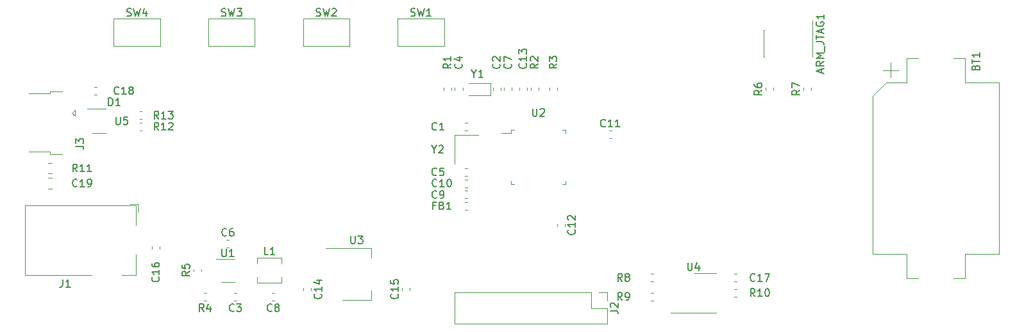
<source format=gbr>
%TF.GenerationSoftware,KiCad,Pcbnew,(5.1.6-0-10_14)*%
%TF.CreationDate,2020-09-13T11:28:01-04:00*%
%TF.ProjectId,EL-Calendar,454c2d43-616c-4656-9e64-61722e6b6963,rev?*%
%TF.SameCoordinates,Original*%
%TF.FileFunction,Legend,Top*%
%TF.FilePolarity,Positive*%
%FSLAX46Y46*%
G04 Gerber Fmt 4.6, Leading zero omitted, Abs format (unit mm)*
G04 Created by KiCad (PCBNEW (5.1.6-0-10_14)) date 2020-09-13 11:28:01*
%MOMM*%
%LPD*%
G01*
G04 APERTURE LIST*
%ADD10C,0.120000*%
%ADD11C,0.100000*%
%ADD12C,0.150000*%
G04 APERTURE END LIST*
D10*
%TO.C,C19*%
X78741422Y-101790000D02*
X79258578Y-101790000D01*
X78741422Y-103210000D02*
X79258578Y-103210000D01*
%TO.C,R13*%
X91162779Y-94010000D02*
X90837221Y-94010000D01*
X91162779Y-92990000D02*
X90837221Y-92990000D01*
%TO.C,R12*%
X91162779Y-95510000D02*
X90837221Y-95510000D01*
X91162779Y-94490000D02*
X90837221Y-94490000D01*
%TO.C,J1*%
X90600000Y-106250000D02*
X90600000Y-105200000D01*
X89550000Y-105200000D02*
X90600000Y-105200000D01*
X84500000Y-114600000D02*
X75700000Y-114600000D01*
X75700000Y-114600000D02*
X75700000Y-105400000D01*
X90400000Y-111900000D02*
X90400000Y-114600000D01*
X90400000Y-114600000D02*
X88500000Y-114600000D01*
X75700000Y-105400000D02*
X90400000Y-105400000D01*
X90400000Y-105400000D02*
X90400000Y-108000000D01*
%TO.C,Y2*%
X135575000Y-96100000D02*
X132425000Y-96100000D01*
X132425000Y-96100000D02*
X132425000Y-99900000D01*
%TO.C,Y1*%
X134300000Y-90800000D02*
X137150000Y-90800000D01*
X137150000Y-90800000D02*
X137150000Y-89200000D01*
X137150000Y-89200000D02*
X134300000Y-89200000D01*
%TO.C,U5*%
X84600000Y-95860000D02*
X86400000Y-95860000D01*
X86400000Y-92640000D02*
X83950000Y-92640000D01*
%TO.C,U4*%
X164000000Y-114390000D02*
X167000000Y-114390000D01*
X161000000Y-119610000D02*
X167000000Y-119610000D01*
%TO.C,U3*%
X121410000Y-117910000D02*
X121410000Y-116650000D01*
X121410000Y-111090000D02*
X121410000Y-112350000D01*
X117650000Y-117910000D02*
X121410000Y-117910000D01*
X115400000Y-111090000D02*
X121410000Y-111090000D01*
%TO.C,U2*%
X146660000Y-102610000D02*
X147110000Y-102610000D01*
X147110000Y-102610000D02*
X147110000Y-102160000D01*
X140340000Y-102610000D02*
X139890000Y-102610000D01*
X139890000Y-102610000D02*
X139890000Y-102160000D01*
X146660000Y-95390000D02*
X147110000Y-95390000D01*
X147110000Y-95390000D02*
X147110000Y-95840000D01*
X140340000Y-95390000D02*
X139890000Y-95390000D01*
X139890000Y-95390000D02*
X139890000Y-95840000D01*
X139890000Y-95840000D02*
X138600000Y-95840000D01*
%TO.C,U1*%
X101620000Y-115560000D02*
X103380000Y-115560000D01*
X103380000Y-112490000D02*
X100950000Y-112490000D01*
%TO.C,SW4*%
X87440000Y-80650000D02*
X93560000Y-80650000D01*
X93560000Y-80650000D02*
X93560000Y-84350000D01*
X93560000Y-84350000D02*
X87440000Y-84350000D01*
X87440000Y-84350000D02*
X87440000Y-80650000D01*
%TO.C,SW3*%
X99940000Y-80650000D02*
X106060000Y-80650000D01*
X106060000Y-80650000D02*
X106060000Y-84350000D01*
X106060000Y-84350000D02*
X99940000Y-84350000D01*
X99940000Y-84350000D02*
X99940000Y-80650000D01*
%TO.C,SW2*%
X112440000Y-80650000D02*
X118560000Y-80650000D01*
X118560000Y-80650000D02*
X118560000Y-84350000D01*
X118560000Y-84350000D02*
X112440000Y-84350000D01*
X112440000Y-84350000D02*
X112440000Y-80650000D01*
%TO.C,SW1*%
X124940000Y-80650000D02*
X131060000Y-80650000D01*
X131060000Y-80650000D02*
X131060000Y-84350000D01*
X131060000Y-84350000D02*
X124940000Y-84350000D01*
X124940000Y-84350000D02*
X124940000Y-80650000D01*
%TO.C,R11*%
X78741422Y-99790000D02*
X79258578Y-99790000D01*
X78741422Y-101210000D02*
X79258578Y-101210000D01*
%TO.C,R10*%
X169662779Y-117510000D02*
X169337221Y-117510000D01*
X169662779Y-116490000D02*
X169337221Y-116490000D01*
%TO.C,R9*%
X158337221Y-116990000D02*
X158662779Y-116990000D01*
X158337221Y-118010000D02*
X158662779Y-118010000D01*
%TO.C,R8*%
X158337221Y-114490000D02*
X158662779Y-114490000D01*
X158337221Y-115510000D02*
X158662779Y-115510000D01*
%TO.C,R7*%
X178490000Y-90162779D02*
X178490000Y-89837221D01*
X179510000Y-90162779D02*
X179510000Y-89837221D01*
%TO.C,R6*%
X173490000Y-90162779D02*
X173490000Y-89837221D01*
X174510000Y-90162779D02*
X174510000Y-89837221D01*
%TO.C,R5*%
X99010000Y-113837221D02*
X99010000Y-114162779D01*
X97990000Y-113837221D02*
X97990000Y-114162779D01*
%TO.C,R4*%
X99337221Y-116990000D02*
X99662779Y-116990000D01*
X99337221Y-118010000D02*
X99662779Y-118010000D01*
%TO.C,R3*%
X146010000Y-89837221D02*
X146010000Y-90162779D01*
X144990000Y-89837221D02*
X144990000Y-90162779D01*
%TO.C,R2*%
X143510000Y-89837221D02*
X143510000Y-90162779D01*
X142490000Y-89837221D02*
X142490000Y-90162779D01*
%TO.C,R1*%
X130990000Y-90162779D02*
X130990000Y-89837221D01*
X132010000Y-90162779D02*
X132010000Y-89837221D01*
%TO.C,L1*%
X106376000Y-113100000D02*
X106376000Y-112376000D01*
X106376000Y-112376000D02*
X109624000Y-112376000D01*
X109624000Y-112376000D02*
X109624000Y-113100000D01*
X106376000Y-114900000D02*
X106376000Y-115624000D01*
X106376000Y-115624000D02*
X109624000Y-115624000D01*
X109624000Y-115624000D02*
X109624000Y-114900000D01*
%TO.C,J3*%
X79065000Y-90325000D02*
X80615000Y-90325000D01*
X79065000Y-90325000D02*
X79065000Y-90625000D01*
X76265000Y-90625000D02*
X79065000Y-90625000D01*
X79065000Y-98625000D02*
X80615000Y-98625000D01*
X79065000Y-98325000D02*
X79065000Y-98625000D01*
X76265000Y-98325000D02*
X79065000Y-98325000D01*
X82315000Y-93575000D02*
X81865000Y-93175000D01*
X82315000Y-92775000D02*
X82315000Y-93575000D01*
X81865000Y-93175000D02*
X82315000Y-92775000D01*
%TO.C,J2*%
X132440000Y-116940000D02*
X132440000Y-121060000D01*
X150500000Y-116940000D02*
X132440000Y-116940000D01*
X152560000Y-121060000D02*
X132440000Y-121060000D01*
X150500000Y-116940000D02*
X150500000Y-119000000D01*
X150500000Y-119000000D02*
X152560000Y-119000000D01*
X152560000Y-119000000D02*
X152560000Y-121060000D01*
X151500000Y-116940000D02*
X152560000Y-116940000D01*
X152560000Y-116940000D02*
X152560000Y-118000000D01*
%TO.C,FB1*%
X134162779Y-106010000D02*
X133837221Y-106010000D01*
X134162779Y-104990000D02*
X133837221Y-104990000D01*
D11*
%TO.C,D1*%
X83445000Y-91750000D02*
G75*
G03*
X83445000Y-91750000I-50000J0D01*
G01*
D10*
%TO.C,C18*%
X84837221Y-89740000D02*
X85162779Y-89740000D01*
X84837221Y-90760000D02*
X85162779Y-90760000D01*
%TO.C,C17*%
X169662779Y-115510000D02*
X169337221Y-115510000D01*
X169662779Y-114490000D02*
X169337221Y-114490000D01*
%TO.C,C16*%
X92490000Y-111162779D02*
X92490000Y-110837221D01*
X93510000Y-111162779D02*
X93510000Y-110837221D01*
%TO.C,C15*%
X125490000Y-116662779D02*
X125490000Y-116337221D01*
X126510000Y-116662779D02*
X126510000Y-116337221D01*
%TO.C,C14*%
X113510000Y-116337221D02*
X113510000Y-116662779D01*
X112490000Y-116337221D02*
X112490000Y-116662779D01*
%TO.C,C13*%
X140990000Y-90162779D02*
X140990000Y-89837221D01*
X142010000Y-90162779D02*
X142010000Y-89837221D01*
%TO.C,C12*%
X147010000Y-107837221D02*
X147010000Y-108162779D01*
X145990000Y-107837221D02*
X145990000Y-108162779D01*
%TO.C,C11*%
X152837221Y-95490000D02*
X153162779Y-95490000D01*
X152837221Y-96510000D02*
X153162779Y-96510000D01*
%TO.C,C10*%
X134162779Y-103010000D02*
X133837221Y-103010000D01*
X134162779Y-101990000D02*
X133837221Y-101990000D01*
%TO.C,C9*%
X134162779Y-104510000D02*
X133837221Y-104510000D01*
X134162779Y-103490000D02*
X133837221Y-103490000D01*
%TO.C,C8*%
X108337221Y-116990000D02*
X108662779Y-116990000D01*
X108337221Y-118010000D02*
X108662779Y-118010000D01*
%TO.C,C7*%
X138990000Y-90162779D02*
X138990000Y-89837221D01*
X140010000Y-90162779D02*
X140010000Y-89837221D01*
%TO.C,C6*%
X102662779Y-111010000D02*
X102337221Y-111010000D01*
X102662779Y-109990000D02*
X102337221Y-109990000D01*
%TO.C,C5*%
X134162779Y-101510000D02*
X133837221Y-101510000D01*
X134162779Y-100490000D02*
X133837221Y-100490000D01*
%TO.C,C4*%
X133510000Y-89837221D02*
X133510000Y-90162779D01*
X132490000Y-89837221D02*
X132490000Y-90162779D01*
%TO.C,C3*%
X103337221Y-116990000D02*
X103662779Y-116990000D01*
X103337221Y-118010000D02*
X103662779Y-118010000D01*
%TO.C,C2*%
X138510000Y-89837221D02*
X138510000Y-90162779D01*
X137490000Y-89837221D02*
X137490000Y-90162779D01*
%TO.C,C1*%
X133837221Y-94490000D02*
X134162779Y-94490000D01*
X133837221Y-95510000D02*
X134162779Y-95510000D01*
%TO.C,BT1*%
X192150000Y-111850000D02*
X192150000Y-115050000D01*
X192150000Y-115050000D02*
X193700000Y-115050000D01*
X187650000Y-111850000D02*
X192150000Y-111850000D01*
X187650000Y-111850000D02*
X187650000Y-90950000D01*
X189450000Y-89150000D02*
X192150000Y-89150000D01*
X187650000Y-90950000D02*
X189450000Y-89150000D01*
X192150000Y-89150000D02*
X192150000Y-85950000D01*
X192150000Y-85950000D02*
X193700000Y-85950000D01*
X199850000Y-89150000D02*
X199850000Y-85950000D01*
X199850000Y-85950000D02*
X198300000Y-85950000D01*
X199850000Y-111850000D02*
X199850000Y-115050000D01*
X199850000Y-115050000D02*
X198300000Y-115050000D01*
X204350000Y-89150000D02*
X204350000Y-111850000D01*
X204350000Y-89150000D02*
X199850000Y-89150000D01*
X204350000Y-111850000D02*
X199850000Y-111850000D01*
X191000000Y-87500000D02*
X189000000Y-87500000D01*
X190000000Y-88500000D02*
X190000000Y-86500000D01*
%TO.C,ARM_JTAG1*%
X179735000Y-82235000D02*
X179735000Y-85765000D01*
X173265000Y-82235000D02*
X173265000Y-85765000D01*
X179670000Y-80910000D02*
X179670000Y-82235000D01*
X179735000Y-82235000D02*
X179670000Y-82235000D01*
X179735000Y-85765000D02*
X179670000Y-85765000D01*
X173330000Y-82235000D02*
X173265000Y-82235000D01*
X173330000Y-85765000D02*
X173265000Y-85765000D01*
%TO.C,C19*%
D12*
X82607142Y-102857142D02*
X82559523Y-102904761D01*
X82416666Y-102952380D01*
X82321428Y-102952380D01*
X82178571Y-102904761D01*
X82083333Y-102809523D01*
X82035714Y-102714285D01*
X81988095Y-102523809D01*
X81988095Y-102380952D01*
X82035714Y-102190476D01*
X82083333Y-102095238D01*
X82178571Y-102000000D01*
X82321428Y-101952380D01*
X82416666Y-101952380D01*
X82559523Y-102000000D01*
X82607142Y-102047619D01*
X83559523Y-102952380D02*
X82988095Y-102952380D01*
X83273809Y-102952380D02*
X83273809Y-101952380D01*
X83178571Y-102095238D01*
X83083333Y-102190476D01*
X82988095Y-102238095D01*
X84035714Y-102952380D02*
X84226190Y-102952380D01*
X84321428Y-102904761D01*
X84369047Y-102857142D01*
X84464285Y-102714285D01*
X84511904Y-102523809D01*
X84511904Y-102142857D01*
X84464285Y-102047619D01*
X84416666Y-102000000D01*
X84321428Y-101952380D01*
X84130952Y-101952380D01*
X84035714Y-102000000D01*
X83988095Y-102047619D01*
X83940476Y-102142857D01*
X83940476Y-102380952D01*
X83988095Y-102476190D01*
X84035714Y-102523809D01*
X84130952Y-102571428D01*
X84321428Y-102571428D01*
X84416666Y-102523809D01*
X84464285Y-102476190D01*
X84511904Y-102380952D01*
%TO.C,R13*%
X93357142Y-93952380D02*
X93023809Y-93476190D01*
X92785714Y-93952380D02*
X92785714Y-92952380D01*
X93166666Y-92952380D01*
X93261904Y-93000000D01*
X93309523Y-93047619D01*
X93357142Y-93142857D01*
X93357142Y-93285714D01*
X93309523Y-93380952D01*
X93261904Y-93428571D01*
X93166666Y-93476190D01*
X92785714Y-93476190D01*
X94309523Y-93952380D02*
X93738095Y-93952380D01*
X94023809Y-93952380D02*
X94023809Y-92952380D01*
X93928571Y-93095238D01*
X93833333Y-93190476D01*
X93738095Y-93238095D01*
X94642857Y-92952380D02*
X95261904Y-92952380D01*
X94928571Y-93333333D01*
X95071428Y-93333333D01*
X95166666Y-93380952D01*
X95214285Y-93428571D01*
X95261904Y-93523809D01*
X95261904Y-93761904D01*
X95214285Y-93857142D01*
X95166666Y-93904761D01*
X95071428Y-93952380D01*
X94785714Y-93952380D01*
X94690476Y-93904761D01*
X94642857Y-93857142D01*
%TO.C,R12*%
X93357142Y-95452380D02*
X93023809Y-94976190D01*
X92785714Y-95452380D02*
X92785714Y-94452380D01*
X93166666Y-94452380D01*
X93261904Y-94500000D01*
X93309523Y-94547619D01*
X93357142Y-94642857D01*
X93357142Y-94785714D01*
X93309523Y-94880952D01*
X93261904Y-94928571D01*
X93166666Y-94976190D01*
X92785714Y-94976190D01*
X94309523Y-95452380D02*
X93738095Y-95452380D01*
X94023809Y-95452380D02*
X94023809Y-94452380D01*
X93928571Y-94595238D01*
X93833333Y-94690476D01*
X93738095Y-94738095D01*
X94690476Y-94547619D02*
X94738095Y-94500000D01*
X94833333Y-94452380D01*
X95071428Y-94452380D01*
X95166666Y-94500000D01*
X95214285Y-94547619D01*
X95261904Y-94642857D01*
X95261904Y-94738095D01*
X95214285Y-94880952D01*
X94642857Y-95452380D01*
X95261904Y-95452380D01*
%TO.C,J1*%
X80716666Y-115202380D02*
X80716666Y-115916666D01*
X80669047Y-116059523D01*
X80573809Y-116154761D01*
X80430952Y-116202380D01*
X80335714Y-116202380D01*
X81716666Y-116202380D02*
X81145238Y-116202380D01*
X81430952Y-116202380D02*
X81430952Y-115202380D01*
X81335714Y-115345238D01*
X81240476Y-115440476D01*
X81145238Y-115488095D01*
%TO.C,Y2*%
X129773809Y-97976190D02*
X129773809Y-98452380D01*
X129440476Y-97452380D02*
X129773809Y-97976190D01*
X130107142Y-97452380D01*
X130392857Y-97547619D02*
X130440476Y-97500000D01*
X130535714Y-97452380D01*
X130773809Y-97452380D01*
X130869047Y-97500000D01*
X130916666Y-97547619D01*
X130964285Y-97642857D01*
X130964285Y-97738095D01*
X130916666Y-97880952D01*
X130345238Y-98452380D01*
X130964285Y-98452380D01*
%TO.C,Y1*%
X135023809Y-87976190D02*
X135023809Y-88452380D01*
X134690476Y-87452380D02*
X135023809Y-87976190D01*
X135357142Y-87452380D01*
X136214285Y-88452380D02*
X135642857Y-88452380D01*
X135928571Y-88452380D02*
X135928571Y-87452380D01*
X135833333Y-87595238D01*
X135738095Y-87690476D01*
X135642857Y-87738095D01*
%TO.C,U5*%
X87738095Y-93702380D02*
X87738095Y-94511904D01*
X87785714Y-94607142D01*
X87833333Y-94654761D01*
X87928571Y-94702380D01*
X88119047Y-94702380D01*
X88214285Y-94654761D01*
X88261904Y-94607142D01*
X88309523Y-94511904D01*
X88309523Y-93702380D01*
X89261904Y-93702380D02*
X88785714Y-93702380D01*
X88738095Y-94178571D01*
X88785714Y-94130952D01*
X88880952Y-94083333D01*
X89119047Y-94083333D01*
X89214285Y-94130952D01*
X89261904Y-94178571D01*
X89309523Y-94273809D01*
X89309523Y-94511904D01*
X89261904Y-94607142D01*
X89214285Y-94654761D01*
X89119047Y-94702380D01*
X88880952Y-94702380D01*
X88785714Y-94654761D01*
X88738095Y-94607142D01*
%TO.C,U4*%
X163238095Y-113002380D02*
X163238095Y-113811904D01*
X163285714Y-113907142D01*
X163333333Y-113954761D01*
X163428571Y-114002380D01*
X163619047Y-114002380D01*
X163714285Y-113954761D01*
X163761904Y-113907142D01*
X163809523Y-113811904D01*
X163809523Y-113002380D01*
X164714285Y-113335714D02*
X164714285Y-114002380D01*
X164476190Y-112954761D02*
X164238095Y-113669047D01*
X164857142Y-113669047D01*
%TO.C,U3*%
X118738095Y-109452380D02*
X118738095Y-110261904D01*
X118785714Y-110357142D01*
X118833333Y-110404761D01*
X118928571Y-110452380D01*
X119119047Y-110452380D01*
X119214285Y-110404761D01*
X119261904Y-110357142D01*
X119309523Y-110261904D01*
X119309523Y-109452380D01*
X119690476Y-109452380D02*
X120309523Y-109452380D01*
X119976190Y-109833333D01*
X120119047Y-109833333D01*
X120214285Y-109880952D01*
X120261904Y-109928571D01*
X120309523Y-110023809D01*
X120309523Y-110261904D01*
X120261904Y-110357142D01*
X120214285Y-110404761D01*
X120119047Y-110452380D01*
X119833333Y-110452380D01*
X119738095Y-110404761D01*
X119690476Y-110357142D01*
%TO.C,U2*%
X142738095Y-92602380D02*
X142738095Y-93411904D01*
X142785714Y-93507142D01*
X142833333Y-93554761D01*
X142928571Y-93602380D01*
X143119047Y-93602380D01*
X143214285Y-93554761D01*
X143261904Y-93507142D01*
X143309523Y-93411904D01*
X143309523Y-92602380D01*
X143738095Y-92697619D02*
X143785714Y-92650000D01*
X143880952Y-92602380D01*
X144119047Y-92602380D01*
X144214285Y-92650000D01*
X144261904Y-92697619D01*
X144309523Y-92792857D01*
X144309523Y-92888095D01*
X144261904Y-93030952D01*
X143690476Y-93602380D01*
X144309523Y-93602380D01*
%TO.C,U1*%
X101738095Y-111202380D02*
X101738095Y-112011904D01*
X101785714Y-112107142D01*
X101833333Y-112154761D01*
X101928571Y-112202380D01*
X102119047Y-112202380D01*
X102214285Y-112154761D01*
X102261904Y-112107142D01*
X102309523Y-112011904D01*
X102309523Y-111202380D01*
X103309523Y-112202380D02*
X102738095Y-112202380D01*
X103023809Y-112202380D02*
X103023809Y-111202380D01*
X102928571Y-111345238D01*
X102833333Y-111440476D01*
X102738095Y-111488095D01*
%TO.C,SW4*%
X89166666Y-80304761D02*
X89309523Y-80352380D01*
X89547619Y-80352380D01*
X89642857Y-80304761D01*
X89690476Y-80257142D01*
X89738095Y-80161904D01*
X89738095Y-80066666D01*
X89690476Y-79971428D01*
X89642857Y-79923809D01*
X89547619Y-79876190D01*
X89357142Y-79828571D01*
X89261904Y-79780952D01*
X89214285Y-79733333D01*
X89166666Y-79638095D01*
X89166666Y-79542857D01*
X89214285Y-79447619D01*
X89261904Y-79400000D01*
X89357142Y-79352380D01*
X89595238Y-79352380D01*
X89738095Y-79400000D01*
X90071428Y-79352380D02*
X90309523Y-80352380D01*
X90500000Y-79638095D01*
X90690476Y-80352380D01*
X90928571Y-79352380D01*
X91738095Y-79685714D02*
X91738095Y-80352380D01*
X91500000Y-79304761D02*
X91261904Y-80019047D01*
X91880952Y-80019047D01*
%TO.C,SW3*%
X101666666Y-80304761D02*
X101809523Y-80352380D01*
X102047619Y-80352380D01*
X102142857Y-80304761D01*
X102190476Y-80257142D01*
X102238095Y-80161904D01*
X102238095Y-80066666D01*
X102190476Y-79971428D01*
X102142857Y-79923809D01*
X102047619Y-79876190D01*
X101857142Y-79828571D01*
X101761904Y-79780952D01*
X101714285Y-79733333D01*
X101666666Y-79638095D01*
X101666666Y-79542857D01*
X101714285Y-79447619D01*
X101761904Y-79400000D01*
X101857142Y-79352380D01*
X102095238Y-79352380D01*
X102238095Y-79400000D01*
X102571428Y-79352380D02*
X102809523Y-80352380D01*
X103000000Y-79638095D01*
X103190476Y-80352380D01*
X103428571Y-79352380D01*
X103714285Y-79352380D02*
X104333333Y-79352380D01*
X104000000Y-79733333D01*
X104142857Y-79733333D01*
X104238095Y-79780952D01*
X104285714Y-79828571D01*
X104333333Y-79923809D01*
X104333333Y-80161904D01*
X104285714Y-80257142D01*
X104238095Y-80304761D01*
X104142857Y-80352380D01*
X103857142Y-80352380D01*
X103761904Y-80304761D01*
X103714285Y-80257142D01*
%TO.C,SW2*%
X114166666Y-80304761D02*
X114309523Y-80352380D01*
X114547619Y-80352380D01*
X114642857Y-80304761D01*
X114690476Y-80257142D01*
X114738095Y-80161904D01*
X114738095Y-80066666D01*
X114690476Y-79971428D01*
X114642857Y-79923809D01*
X114547619Y-79876190D01*
X114357142Y-79828571D01*
X114261904Y-79780952D01*
X114214285Y-79733333D01*
X114166666Y-79638095D01*
X114166666Y-79542857D01*
X114214285Y-79447619D01*
X114261904Y-79400000D01*
X114357142Y-79352380D01*
X114595238Y-79352380D01*
X114738095Y-79400000D01*
X115071428Y-79352380D02*
X115309523Y-80352380D01*
X115500000Y-79638095D01*
X115690476Y-80352380D01*
X115928571Y-79352380D01*
X116261904Y-79447619D02*
X116309523Y-79400000D01*
X116404761Y-79352380D01*
X116642857Y-79352380D01*
X116738095Y-79400000D01*
X116785714Y-79447619D01*
X116833333Y-79542857D01*
X116833333Y-79638095D01*
X116785714Y-79780952D01*
X116214285Y-80352380D01*
X116833333Y-80352380D01*
%TO.C,SW1*%
X126666666Y-80304761D02*
X126809523Y-80352380D01*
X127047619Y-80352380D01*
X127142857Y-80304761D01*
X127190476Y-80257142D01*
X127238095Y-80161904D01*
X127238095Y-80066666D01*
X127190476Y-79971428D01*
X127142857Y-79923809D01*
X127047619Y-79876190D01*
X126857142Y-79828571D01*
X126761904Y-79780952D01*
X126714285Y-79733333D01*
X126666666Y-79638095D01*
X126666666Y-79542857D01*
X126714285Y-79447619D01*
X126761904Y-79400000D01*
X126857142Y-79352380D01*
X127095238Y-79352380D01*
X127238095Y-79400000D01*
X127571428Y-79352380D02*
X127809523Y-80352380D01*
X128000000Y-79638095D01*
X128190476Y-80352380D01*
X128428571Y-79352380D01*
X129333333Y-80352380D02*
X128761904Y-80352380D01*
X129047619Y-80352380D02*
X129047619Y-79352380D01*
X128952380Y-79495238D01*
X128857142Y-79590476D01*
X128761904Y-79638095D01*
%TO.C,R11*%
X82607142Y-100952380D02*
X82273809Y-100476190D01*
X82035714Y-100952380D02*
X82035714Y-99952380D01*
X82416666Y-99952380D01*
X82511904Y-100000000D01*
X82559523Y-100047619D01*
X82607142Y-100142857D01*
X82607142Y-100285714D01*
X82559523Y-100380952D01*
X82511904Y-100428571D01*
X82416666Y-100476190D01*
X82035714Y-100476190D01*
X83559523Y-100952380D02*
X82988095Y-100952380D01*
X83273809Y-100952380D02*
X83273809Y-99952380D01*
X83178571Y-100095238D01*
X83083333Y-100190476D01*
X82988095Y-100238095D01*
X84511904Y-100952380D02*
X83940476Y-100952380D01*
X84226190Y-100952380D02*
X84226190Y-99952380D01*
X84130952Y-100095238D01*
X84035714Y-100190476D01*
X83940476Y-100238095D01*
%TO.C,R10*%
X172107142Y-117452380D02*
X171773809Y-116976190D01*
X171535714Y-117452380D02*
X171535714Y-116452380D01*
X171916666Y-116452380D01*
X172011904Y-116500000D01*
X172059523Y-116547619D01*
X172107142Y-116642857D01*
X172107142Y-116785714D01*
X172059523Y-116880952D01*
X172011904Y-116928571D01*
X171916666Y-116976190D01*
X171535714Y-116976190D01*
X173059523Y-117452380D02*
X172488095Y-117452380D01*
X172773809Y-117452380D02*
X172773809Y-116452380D01*
X172678571Y-116595238D01*
X172583333Y-116690476D01*
X172488095Y-116738095D01*
X173678571Y-116452380D02*
X173773809Y-116452380D01*
X173869047Y-116500000D01*
X173916666Y-116547619D01*
X173964285Y-116642857D01*
X174011904Y-116833333D01*
X174011904Y-117071428D01*
X173964285Y-117261904D01*
X173916666Y-117357142D01*
X173869047Y-117404761D01*
X173773809Y-117452380D01*
X173678571Y-117452380D01*
X173583333Y-117404761D01*
X173535714Y-117357142D01*
X173488095Y-117261904D01*
X173440476Y-117071428D01*
X173440476Y-116833333D01*
X173488095Y-116642857D01*
X173535714Y-116547619D01*
X173583333Y-116500000D01*
X173678571Y-116452380D01*
%TO.C,R9*%
X154583333Y-117952380D02*
X154250000Y-117476190D01*
X154011904Y-117952380D02*
X154011904Y-116952380D01*
X154392857Y-116952380D01*
X154488095Y-117000000D01*
X154535714Y-117047619D01*
X154583333Y-117142857D01*
X154583333Y-117285714D01*
X154535714Y-117380952D01*
X154488095Y-117428571D01*
X154392857Y-117476190D01*
X154011904Y-117476190D01*
X155059523Y-117952380D02*
X155250000Y-117952380D01*
X155345238Y-117904761D01*
X155392857Y-117857142D01*
X155488095Y-117714285D01*
X155535714Y-117523809D01*
X155535714Y-117142857D01*
X155488095Y-117047619D01*
X155440476Y-117000000D01*
X155345238Y-116952380D01*
X155154761Y-116952380D01*
X155059523Y-117000000D01*
X155011904Y-117047619D01*
X154964285Y-117142857D01*
X154964285Y-117380952D01*
X155011904Y-117476190D01*
X155059523Y-117523809D01*
X155154761Y-117571428D01*
X155345238Y-117571428D01*
X155440476Y-117523809D01*
X155488095Y-117476190D01*
X155535714Y-117380952D01*
%TO.C,R8*%
X154583333Y-115452380D02*
X154250000Y-114976190D01*
X154011904Y-115452380D02*
X154011904Y-114452380D01*
X154392857Y-114452380D01*
X154488095Y-114500000D01*
X154535714Y-114547619D01*
X154583333Y-114642857D01*
X154583333Y-114785714D01*
X154535714Y-114880952D01*
X154488095Y-114928571D01*
X154392857Y-114976190D01*
X154011904Y-114976190D01*
X155154761Y-114880952D02*
X155059523Y-114833333D01*
X155011904Y-114785714D01*
X154964285Y-114690476D01*
X154964285Y-114642857D01*
X155011904Y-114547619D01*
X155059523Y-114500000D01*
X155154761Y-114452380D01*
X155345238Y-114452380D01*
X155440476Y-114500000D01*
X155488095Y-114547619D01*
X155535714Y-114642857D01*
X155535714Y-114690476D01*
X155488095Y-114785714D01*
X155440476Y-114833333D01*
X155345238Y-114880952D01*
X155154761Y-114880952D01*
X155059523Y-114928571D01*
X155011904Y-114976190D01*
X154964285Y-115071428D01*
X154964285Y-115261904D01*
X155011904Y-115357142D01*
X155059523Y-115404761D01*
X155154761Y-115452380D01*
X155345238Y-115452380D01*
X155440476Y-115404761D01*
X155488095Y-115357142D01*
X155535714Y-115261904D01*
X155535714Y-115071428D01*
X155488095Y-114976190D01*
X155440476Y-114928571D01*
X155345238Y-114880952D01*
%TO.C,R7*%
X178022380Y-90166666D02*
X177546190Y-90500000D01*
X178022380Y-90738095D02*
X177022380Y-90738095D01*
X177022380Y-90357142D01*
X177070000Y-90261904D01*
X177117619Y-90214285D01*
X177212857Y-90166666D01*
X177355714Y-90166666D01*
X177450952Y-90214285D01*
X177498571Y-90261904D01*
X177546190Y-90357142D01*
X177546190Y-90738095D01*
X177022380Y-89833333D02*
X177022380Y-89166666D01*
X178022380Y-89595238D01*
%TO.C,R6*%
X173022380Y-90166666D02*
X172546190Y-90500000D01*
X173022380Y-90738095D02*
X172022380Y-90738095D01*
X172022380Y-90357142D01*
X172070000Y-90261904D01*
X172117619Y-90214285D01*
X172212857Y-90166666D01*
X172355714Y-90166666D01*
X172450952Y-90214285D01*
X172498571Y-90261904D01*
X172546190Y-90357142D01*
X172546190Y-90738095D01*
X172022380Y-89309523D02*
X172022380Y-89500000D01*
X172070000Y-89595238D01*
X172117619Y-89642857D01*
X172260476Y-89738095D01*
X172450952Y-89785714D01*
X172831904Y-89785714D01*
X172927142Y-89738095D01*
X172974761Y-89690476D01*
X173022380Y-89595238D01*
X173022380Y-89404761D01*
X172974761Y-89309523D01*
X172927142Y-89261904D01*
X172831904Y-89214285D01*
X172593809Y-89214285D01*
X172498571Y-89261904D01*
X172450952Y-89309523D01*
X172403333Y-89404761D01*
X172403333Y-89595238D01*
X172450952Y-89690476D01*
X172498571Y-89738095D01*
X172593809Y-89785714D01*
%TO.C,R5*%
X97452380Y-114166666D02*
X96976190Y-114500000D01*
X97452380Y-114738095D02*
X96452380Y-114738095D01*
X96452380Y-114357142D01*
X96500000Y-114261904D01*
X96547619Y-114214285D01*
X96642857Y-114166666D01*
X96785714Y-114166666D01*
X96880952Y-114214285D01*
X96928571Y-114261904D01*
X96976190Y-114357142D01*
X96976190Y-114738095D01*
X96452380Y-113261904D02*
X96452380Y-113738095D01*
X96928571Y-113785714D01*
X96880952Y-113738095D01*
X96833333Y-113642857D01*
X96833333Y-113404761D01*
X96880952Y-113309523D01*
X96928571Y-113261904D01*
X97023809Y-113214285D01*
X97261904Y-113214285D01*
X97357142Y-113261904D01*
X97404761Y-113309523D01*
X97452380Y-113404761D01*
X97452380Y-113642857D01*
X97404761Y-113738095D01*
X97357142Y-113785714D01*
%TO.C,R4*%
X99333333Y-119452380D02*
X99000000Y-118976190D01*
X98761904Y-119452380D02*
X98761904Y-118452380D01*
X99142857Y-118452380D01*
X99238095Y-118500000D01*
X99285714Y-118547619D01*
X99333333Y-118642857D01*
X99333333Y-118785714D01*
X99285714Y-118880952D01*
X99238095Y-118928571D01*
X99142857Y-118976190D01*
X98761904Y-118976190D01*
X100190476Y-118785714D02*
X100190476Y-119452380D01*
X99952380Y-118404761D02*
X99714285Y-119119047D01*
X100333333Y-119119047D01*
%TO.C,R3*%
X145952380Y-86666666D02*
X145476190Y-87000000D01*
X145952380Y-87238095D02*
X144952380Y-87238095D01*
X144952380Y-86857142D01*
X145000000Y-86761904D01*
X145047619Y-86714285D01*
X145142857Y-86666666D01*
X145285714Y-86666666D01*
X145380952Y-86714285D01*
X145428571Y-86761904D01*
X145476190Y-86857142D01*
X145476190Y-87238095D01*
X144952380Y-86333333D02*
X144952380Y-85714285D01*
X145333333Y-86047619D01*
X145333333Y-85904761D01*
X145380952Y-85809523D01*
X145428571Y-85761904D01*
X145523809Y-85714285D01*
X145761904Y-85714285D01*
X145857142Y-85761904D01*
X145904761Y-85809523D01*
X145952380Y-85904761D01*
X145952380Y-86190476D01*
X145904761Y-86285714D01*
X145857142Y-86333333D01*
%TO.C,R2*%
X143452380Y-86666666D02*
X142976190Y-87000000D01*
X143452380Y-87238095D02*
X142452380Y-87238095D01*
X142452380Y-86857142D01*
X142500000Y-86761904D01*
X142547619Y-86714285D01*
X142642857Y-86666666D01*
X142785714Y-86666666D01*
X142880952Y-86714285D01*
X142928571Y-86761904D01*
X142976190Y-86857142D01*
X142976190Y-87238095D01*
X142547619Y-86285714D02*
X142500000Y-86238095D01*
X142452380Y-86142857D01*
X142452380Y-85904761D01*
X142500000Y-85809523D01*
X142547619Y-85761904D01*
X142642857Y-85714285D01*
X142738095Y-85714285D01*
X142880952Y-85761904D01*
X143452380Y-86333333D01*
X143452380Y-85714285D01*
%TO.C,R1*%
X131952380Y-86666666D02*
X131476190Y-87000000D01*
X131952380Y-87238095D02*
X130952380Y-87238095D01*
X130952380Y-86857142D01*
X131000000Y-86761904D01*
X131047619Y-86714285D01*
X131142857Y-86666666D01*
X131285714Y-86666666D01*
X131380952Y-86714285D01*
X131428571Y-86761904D01*
X131476190Y-86857142D01*
X131476190Y-87238095D01*
X131952380Y-85714285D02*
X131952380Y-86285714D01*
X131952380Y-86000000D02*
X130952380Y-86000000D01*
X131095238Y-86095238D01*
X131190476Y-86190476D01*
X131238095Y-86285714D01*
%TO.C,L1*%
X107833333Y-111928380D02*
X107357142Y-111928380D01*
X107357142Y-110928380D01*
X108690476Y-111928380D02*
X108119047Y-111928380D01*
X108404761Y-111928380D02*
X108404761Y-110928380D01*
X108309523Y-111071238D01*
X108214285Y-111166476D01*
X108119047Y-111214095D01*
%TO.C,J3*%
X82452380Y-97583333D02*
X83166666Y-97583333D01*
X83309523Y-97630952D01*
X83404761Y-97726190D01*
X83452380Y-97869047D01*
X83452380Y-97964285D01*
X82452380Y-97202380D02*
X82452380Y-96583333D01*
X82833333Y-96916666D01*
X82833333Y-96773809D01*
X82880952Y-96678571D01*
X82928571Y-96630952D01*
X83023809Y-96583333D01*
X83261904Y-96583333D01*
X83357142Y-96630952D01*
X83404761Y-96678571D01*
X83452380Y-96773809D01*
X83452380Y-97059523D01*
X83404761Y-97154761D01*
X83357142Y-97202380D01*
%TO.C,J2*%
X153012380Y-119333333D02*
X153726666Y-119333333D01*
X153869523Y-119380952D01*
X153964761Y-119476190D01*
X154012380Y-119619047D01*
X154012380Y-119714285D01*
X153107619Y-118904761D02*
X153060000Y-118857142D01*
X153012380Y-118761904D01*
X153012380Y-118523809D01*
X153060000Y-118428571D01*
X153107619Y-118380952D01*
X153202857Y-118333333D01*
X153298095Y-118333333D01*
X153440952Y-118380952D01*
X154012380Y-118952380D01*
X154012380Y-118333333D01*
%TO.C,FB1*%
X129916666Y-105428571D02*
X129583333Y-105428571D01*
X129583333Y-105952380D02*
X129583333Y-104952380D01*
X130059523Y-104952380D01*
X130773809Y-105428571D02*
X130916666Y-105476190D01*
X130964285Y-105523809D01*
X131011904Y-105619047D01*
X131011904Y-105761904D01*
X130964285Y-105857142D01*
X130916666Y-105904761D01*
X130821428Y-105952380D01*
X130440476Y-105952380D01*
X130440476Y-104952380D01*
X130773809Y-104952380D01*
X130869047Y-105000000D01*
X130916666Y-105047619D01*
X130964285Y-105142857D01*
X130964285Y-105238095D01*
X130916666Y-105333333D01*
X130869047Y-105380952D01*
X130773809Y-105428571D01*
X130440476Y-105428571D01*
X131964285Y-105952380D02*
X131392857Y-105952380D01*
X131678571Y-105952380D02*
X131678571Y-104952380D01*
X131583333Y-105095238D01*
X131488095Y-105190476D01*
X131392857Y-105238095D01*
%TO.C,D1*%
X86761904Y-92202380D02*
X86761904Y-91202380D01*
X87000000Y-91202380D01*
X87142857Y-91250000D01*
X87238095Y-91345238D01*
X87285714Y-91440476D01*
X87333333Y-91630952D01*
X87333333Y-91773809D01*
X87285714Y-91964285D01*
X87238095Y-92059523D01*
X87142857Y-92154761D01*
X87000000Y-92202380D01*
X86761904Y-92202380D01*
X88285714Y-92202380D02*
X87714285Y-92202380D01*
X88000000Y-92202380D02*
X88000000Y-91202380D01*
X87904761Y-91345238D01*
X87809523Y-91440476D01*
X87714285Y-91488095D01*
%TO.C,C18*%
X88107142Y-90607142D02*
X88059523Y-90654761D01*
X87916666Y-90702380D01*
X87821428Y-90702380D01*
X87678571Y-90654761D01*
X87583333Y-90559523D01*
X87535714Y-90464285D01*
X87488095Y-90273809D01*
X87488095Y-90130952D01*
X87535714Y-89940476D01*
X87583333Y-89845238D01*
X87678571Y-89750000D01*
X87821428Y-89702380D01*
X87916666Y-89702380D01*
X88059523Y-89750000D01*
X88107142Y-89797619D01*
X89059523Y-90702380D02*
X88488095Y-90702380D01*
X88773809Y-90702380D02*
X88773809Y-89702380D01*
X88678571Y-89845238D01*
X88583333Y-89940476D01*
X88488095Y-89988095D01*
X89630952Y-90130952D02*
X89535714Y-90083333D01*
X89488095Y-90035714D01*
X89440476Y-89940476D01*
X89440476Y-89892857D01*
X89488095Y-89797619D01*
X89535714Y-89750000D01*
X89630952Y-89702380D01*
X89821428Y-89702380D01*
X89916666Y-89750000D01*
X89964285Y-89797619D01*
X90011904Y-89892857D01*
X90011904Y-89940476D01*
X89964285Y-90035714D01*
X89916666Y-90083333D01*
X89821428Y-90130952D01*
X89630952Y-90130952D01*
X89535714Y-90178571D01*
X89488095Y-90226190D01*
X89440476Y-90321428D01*
X89440476Y-90511904D01*
X89488095Y-90607142D01*
X89535714Y-90654761D01*
X89630952Y-90702380D01*
X89821428Y-90702380D01*
X89916666Y-90654761D01*
X89964285Y-90607142D01*
X90011904Y-90511904D01*
X90011904Y-90321428D01*
X89964285Y-90226190D01*
X89916666Y-90178571D01*
X89821428Y-90130952D01*
%TO.C,C17*%
X172107142Y-115357142D02*
X172059523Y-115404761D01*
X171916666Y-115452380D01*
X171821428Y-115452380D01*
X171678571Y-115404761D01*
X171583333Y-115309523D01*
X171535714Y-115214285D01*
X171488095Y-115023809D01*
X171488095Y-114880952D01*
X171535714Y-114690476D01*
X171583333Y-114595238D01*
X171678571Y-114500000D01*
X171821428Y-114452380D01*
X171916666Y-114452380D01*
X172059523Y-114500000D01*
X172107142Y-114547619D01*
X173059523Y-115452380D02*
X172488095Y-115452380D01*
X172773809Y-115452380D02*
X172773809Y-114452380D01*
X172678571Y-114595238D01*
X172583333Y-114690476D01*
X172488095Y-114738095D01*
X173392857Y-114452380D02*
X174059523Y-114452380D01*
X173630952Y-115452380D01*
%TO.C,C16*%
X93357142Y-114892857D02*
X93404761Y-114940476D01*
X93452380Y-115083333D01*
X93452380Y-115178571D01*
X93404761Y-115321428D01*
X93309523Y-115416666D01*
X93214285Y-115464285D01*
X93023809Y-115511904D01*
X92880952Y-115511904D01*
X92690476Y-115464285D01*
X92595238Y-115416666D01*
X92500000Y-115321428D01*
X92452380Y-115178571D01*
X92452380Y-115083333D01*
X92500000Y-114940476D01*
X92547619Y-114892857D01*
X93452380Y-113940476D02*
X93452380Y-114511904D01*
X93452380Y-114226190D02*
X92452380Y-114226190D01*
X92595238Y-114321428D01*
X92690476Y-114416666D01*
X92738095Y-114511904D01*
X92452380Y-113083333D02*
X92452380Y-113273809D01*
X92500000Y-113369047D01*
X92547619Y-113416666D01*
X92690476Y-113511904D01*
X92880952Y-113559523D01*
X93261904Y-113559523D01*
X93357142Y-113511904D01*
X93404761Y-113464285D01*
X93452380Y-113369047D01*
X93452380Y-113178571D01*
X93404761Y-113083333D01*
X93357142Y-113035714D01*
X93261904Y-112988095D01*
X93023809Y-112988095D01*
X92928571Y-113035714D01*
X92880952Y-113083333D01*
X92833333Y-113178571D01*
X92833333Y-113369047D01*
X92880952Y-113464285D01*
X92928571Y-113511904D01*
X93023809Y-113559523D01*
%TO.C,C15*%
X124927142Y-117142857D02*
X124974761Y-117190476D01*
X125022380Y-117333333D01*
X125022380Y-117428571D01*
X124974761Y-117571428D01*
X124879523Y-117666666D01*
X124784285Y-117714285D01*
X124593809Y-117761904D01*
X124450952Y-117761904D01*
X124260476Y-117714285D01*
X124165238Y-117666666D01*
X124070000Y-117571428D01*
X124022380Y-117428571D01*
X124022380Y-117333333D01*
X124070000Y-117190476D01*
X124117619Y-117142857D01*
X125022380Y-116190476D02*
X125022380Y-116761904D01*
X125022380Y-116476190D02*
X124022380Y-116476190D01*
X124165238Y-116571428D01*
X124260476Y-116666666D01*
X124308095Y-116761904D01*
X124022380Y-115285714D02*
X124022380Y-115761904D01*
X124498571Y-115809523D01*
X124450952Y-115761904D01*
X124403333Y-115666666D01*
X124403333Y-115428571D01*
X124450952Y-115333333D01*
X124498571Y-115285714D01*
X124593809Y-115238095D01*
X124831904Y-115238095D01*
X124927142Y-115285714D01*
X124974761Y-115333333D01*
X125022380Y-115428571D01*
X125022380Y-115666666D01*
X124974761Y-115761904D01*
X124927142Y-115809523D01*
%TO.C,C14*%
X114787142Y-117142857D02*
X114834761Y-117190476D01*
X114882380Y-117333333D01*
X114882380Y-117428571D01*
X114834761Y-117571428D01*
X114739523Y-117666666D01*
X114644285Y-117714285D01*
X114453809Y-117761904D01*
X114310952Y-117761904D01*
X114120476Y-117714285D01*
X114025238Y-117666666D01*
X113930000Y-117571428D01*
X113882380Y-117428571D01*
X113882380Y-117333333D01*
X113930000Y-117190476D01*
X113977619Y-117142857D01*
X114882380Y-116190476D02*
X114882380Y-116761904D01*
X114882380Y-116476190D02*
X113882380Y-116476190D01*
X114025238Y-116571428D01*
X114120476Y-116666666D01*
X114168095Y-116761904D01*
X114215714Y-115333333D02*
X114882380Y-115333333D01*
X113834761Y-115571428D02*
X114549047Y-115809523D01*
X114549047Y-115190476D01*
%TO.C,C13*%
X141857142Y-86642857D02*
X141904761Y-86690476D01*
X141952380Y-86833333D01*
X141952380Y-86928571D01*
X141904761Y-87071428D01*
X141809523Y-87166666D01*
X141714285Y-87214285D01*
X141523809Y-87261904D01*
X141380952Y-87261904D01*
X141190476Y-87214285D01*
X141095238Y-87166666D01*
X141000000Y-87071428D01*
X140952380Y-86928571D01*
X140952380Y-86833333D01*
X141000000Y-86690476D01*
X141047619Y-86642857D01*
X141952380Y-85690476D02*
X141952380Y-86261904D01*
X141952380Y-85976190D02*
X140952380Y-85976190D01*
X141095238Y-86071428D01*
X141190476Y-86166666D01*
X141238095Y-86261904D01*
X140952380Y-85357142D02*
X140952380Y-84738095D01*
X141333333Y-85071428D01*
X141333333Y-84928571D01*
X141380952Y-84833333D01*
X141428571Y-84785714D01*
X141523809Y-84738095D01*
X141761904Y-84738095D01*
X141857142Y-84785714D01*
X141904761Y-84833333D01*
X141952380Y-84928571D01*
X141952380Y-85214285D01*
X141904761Y-85309523D01*
X141857142Y-85357142D01*
%TO.C,C12*%
X148287142Y-108642857D02*
X148334761Y-108690476D01*
X148382380Y-108833333D01*
X148382380Y-108928571D01*
X148334761Y-109071428D01*
X148239523Y-109166666D01*
X148144285Y-109214285D01*
X147953809Y-109261904D01*
X147810952Y-109261904D01*
X147620476Y-109214285D01*
X147525238Y-109166666D01*
X147430000Y-109071428D01*
X147382380Y-108928571D01*
X147382380Y-108833333D01*
X147430000Y-108690476D01*
X147477619Y-108642857D01*
X148382380Y-107690476D02*
X148382380Y-108261904D01*
X148382380Y-107976190D02*
X147382380Y-107976190D01*
X147525238Y-108071428D01*
X147620476Y-108166666D01*
X147668095Y-108261904D01*
X147477619Y-107309523D02*
X147430000Y-107261904D01*
X147382380Y-107166666D01*
X147382380Y-106928571D01*
X147430000Y-106833333D01*
X147477619Y-106785714D01*
X147572857Y-106738095D01*
X147668095Y-106738095D01*
X147810952Y-106785714D01*
X148382380Y-107357142D01*
X148382380Y-106738095D01*
%TO.C,C11*%
X152357142Y-94927142D02*
X152309523Y-94974761D01*
X152166666Y-95022380D01*
X152071428Y-95022380D01*
X151928571Y-94974761D01*
X151833333Y-94879523D01*
X151785714Y-94784285D01*
X151738095Y-94593809D01*
X151738095Y-94450952D01*
X151785714Y-94260476D01*
X151833333Y-94165238D01*
X151928571Y-94070000D01*
X152071428Y-94022380D01*
X152166666Y-94022380D01*
X152309523Y-94070000D01*
X152357142Y-94117619D01*
X153309523Y-95022380D02*
X152738095Y-95022380D01*
X153023809Y-95022380D02*
X153023809Y-94022380D01*
X152928571Y-94165238D01*
X152833333Y-94260476D01*
X152738095Y-94308095D01*
X154261904Y-95022380D02*
X153690476Y-95022380D01*
X153976190Y-95022380D02*
X153976190Y-94022380D01*
X153880952Y-94165238D01*
X153785714Y-94260476D01*
X153690476Y-94308095D01*
%TO.C,C10*%
X130107142Y-102857142D02*
X130059523Y-102904761D01*
X129916666Y-102952380D01*
X129821428Y-102952380D01*
X129678571Y-102904761D01*
X129583333Y-102809523D01*
X129535714Y-102714285D01*
X129488095Y-102523809D01*
X129488095Y-102380952D01*
X129535714Y-102190476D01*
X129583333Y-102095238D01*
X129678571Y-102000000D01*
X129821428Y-101952380D01*
X129916666Y-101952380D01*
X130059523Y-102000000D01*
X130107142Y-102047619D01*
X131059523Y-102952380D02*
X130488095Y-102952380D01*
X130773809Y-102952380D02*
X130773809Y-101952380D01*
X130678571Y-102095238D01*
X130583333Y-102190476D01*
X130488095Y-102238095D01*
X131678571Y-101952380D02*
X131773809Y-101952380D01*
X131869047Y-102000000D01*
X131916666Y-102047619D01*
X131964285Y-102142857D01*
X132011904Y-102333333D01*
X132011904Y-102571428D01*
X131964285Y-102761904D01*
X131916666Y-102857142D01*
X131869047Y-102904761D01*
X131773809Y-102952380D01*
X131678571Y-102952380D01*
X131583333Y-102904761D01*
X131535714Y-102857142D01*
X131488095Y-102761904D01*
X131440476Y-102571428D01*
X131440476Y-102333333D01*
X131488095Y-102142857D01*
X131535714Y-102047619D01*
X131583333Y-102000000D01*
X131678571Y-101952380D01*
%TO.C,C9*%
X130083333Y-104357142D02*
X130035714Y-104404761D01*
X129892857Y-104452380D01*
X129797619Y-104452380D01*
X129654761Y-104404761D01*
X129559523Y-104309523D01*
X129511904Y-104214285D01*
X129464285Y-104023809D01*
X129464285Y-103880952D01*
X129511904Y-103690476D01*
X129559523Y-103595238D01*
X129654761Y-103500000D01*
X129797619Y-103452380D01*
X129892857Y-103452380D01*
X130035714Y-103500000D01*
X130083333Y-103547619D01*
X130559523Y-104452380D02*
X130750000Y-104452380D01*
X130845238Y-104404761D01*
X130892857Y-104357142D01*
X130988095Y-104214285D01*
X131035714Y-104023809D01*
X131035714Y-103642857D01*
X130988095Y-103547619D01*
X130940476Y-103500000D01*
X130845238Y-103452380D01*
X130654761Y-103452380D01*
X130559523Y-103500000D01*
X130511904Y-103547619D01*
X130464285Y-103642857D01*
X130464285Y-103880952D01*
X130511904Y-103976190D01*
X130559523Y-104023809D01*
X130654761Y-104071428D01*
X130845238Y-104071428D01*
X130940476Y-104023809D01*
X130988095Y-103976190D01*
X131035714Y-103880952D01*
%TO.C,C8*%
X108333333Y-119357142D02*
X108285714Y-119404761D01*
X108142857Y-119452380D01*
X108047619Y-119452380D01*
X107904761Y-119404761D01*
X107809523Y-119309523D01*
X107761904Y-119214285D01*
X107714285Y-119023809D01*
X107714285Y-118880952D01*
X107761904Y-118690476D01*
X107809523Y-118595238D01*
X107904761Y-118500000D01*
X108047619Y-118452380D01*
X108142857Y-118452380D01*
X108285714Y-118500000D01*
X108333333Y-118547619D01*
X108904761Y-118880952D02*
X108809523Y-118833333D01*
X108761904Y-118785714D01*
X108714285Y-118690476D01*
X108714285Y-118642857D01*
X108761904Y-118547619D01*
X108809523Y-118500000D01*
X108904761Y-118452380D01*
X109095238Y-118452380D01*
X109190476Y-118500000D01*
X109238095Y-118547619D01*
X109285714Y-118642857D01*
X109285714Y-118690476D01*
X109238095Y-118785714D01*
X109190476Y-118833333D01*
X109095238Y-118880952D01*
X108904761Y-118880952D01*
X108809523Y-118928571D01*
X108761904Y-118976190D01*
X108714285Y-119071428D01*
X108714285Y-119261904D01*
X108761904Y-119357142D01*
X108809523Y-119404761D01*
X108904761Y-119452380D01*
X109095238Y-119452380D01*
X109190476Y-119404761D01*
X109238095Y-119357142D01*
X109285714Y-119261904D01*
X109285714Y-119071428D01*
X109238095Y-118976190D01*
X109190476Y-118928571D01*
X109095238Y-118880952D01*
%TO.C,C7*%
X139857142Y-86666666D02*
X139904761Y-86714285D01*
X139952380Y-86857142D01*
X139952380Y-86952380D01*
X139904761Y-87095238D01*
X139809523Y-87190476D01*
X139714285Y-87238095D01*
X139523809Y-87285714D01*
X139380952Y-87285714D01*
X139190476Y-87238095D01*
X139095238Y-87190476D01*
X139000000Y-87095238D01*
X138952380Y-86952380D01*
X138952380Y-86857142D01*
X139000000Y-86714285D01*
X139047619Y-86666666D01*
X138952380Y-86333333D02*
X138952380Y-85666666D01*
X139952380Y-86095238D01*
%TO.C,C6*%
X102333333Y-109357142D02*
X102285714Y-109404761D01*
X102142857Y-109452380D01*
X102047619Y-109452380D01*
X101904761Y-109404761D01*
X101809523Y-109309523D01*
X101761904Y-109214285D01*
X101714285Y-109023809D01*
X101714285Y-108880952D01*
X101761904Y-108690476D01*
X101809523Y-108595238D01*
X101904761Y-108500000D01*
X102047619Y-108452380D01*
X102142857Y-108452380D01*
X102285714Y-108500000D01*
X102333333Y-108547619D01*
X103190476Y-108452380D02*
X103000000Y-108452380D01*
X102904761Y-108500000D01*
X102857142Y-108547619D01*
X102761904Y-108690476D01*
X102714285Y-108880952D01*
X102714285Y-109261904D01*
X102761904Y-109357142D01*
X102809523Y-109404761D01*
X102904761Y-109452380D01*
X103095238Y-109452380D01*
X103190476Y-109404761D01*
X103238095Y-109357142D01*
X103285714Y-109261904D01*
X103285714Y-109023809D01*
X103238095Y-108928571D01*
X103190476Y-108880952D01*
X103095238Y-108833333D01*
X102904761Y-108833333D01*
X102809523Y-108880952D01*
X102761904Y-108928571D01*
X102714285Y-109023809D01*
%TO.C,C5*%
X130083333Y-101357142D02*
X130035714Y-101404761D01*
X129892857Y-101452380D01*
X129797619Y-101452380D01*
X129654761Y-101404761D01*
X129559523Y-101309523D01*
X129511904Y-101214285D01*
X129464285Y-101023809D01*
X129464285Y-100880952D01*
X129511904Y-100690476D01*
X129559523Y-100595238D01*
X129654761Y-100500000D01*
X129797619Y-100452380D01*
X129892857Y-100452380D01*
X130035714Y-100500000D01*
X130083333Y-100547619D01*
X130988095Y-100452380D02*
X130511904Y-100452380D01*
X130464285Y-100928571D01*
X130511904Y-100880952D01*
X130607142Y-100833333D01*
X130845238Y-100833333D01*
X130940476Y-100880952D01*
X130988095Y-100928571D01*
X131035714Y-101023809D01*
X131035714Y-101261904D01*
X130988095Y-101357142D01*
X130940476Y-101404761D01*
X130845238Y-101452380D01*
X130607142Y-101452380D01*
X130511904Y-101404761D01*
X130464285Y-101357142D01*
%TO.C,C4*%
X133357142Y-86666666D02*
X133404761Y-86714285D01*
X133452380Y-86857142D01*
X133452380Y-86952380D01*
X133404761Y-87095238D01*
X133309523Y-87190476D01*
X133214285Y-87238095D01*
X133023809Y-87285714D01*
X132880952Y-87285714D01*
X132690476Y-87238095D01*
X132595238Y-87190476D01*
X132500000Y-87095238D01*
X132452380Y-86952380D01*
X132452380Y-86857142D01*
X132500000Y-86714285D01*
X132547619Y-86666666D01*
X132785714Y-85809523D02*
X133452380Y-85809523D01*
X132404761Y-86047619D02*
X133119047Y-86285714D01*
X133119047Y-85666666D01*
%TO.C,C3*%
X103333333Y-119357142D02*
X103285714Y-119404761D01*
X103142857Y-119452380D01*
X103047619Y-119452380D01*
X102904761Y-119404761D01*
X102809523Y-119309523D01*
X102761904Y-119214285D01*
X102714285Y-119023809D01*
X102714285Y-118880952D01*
X102761904Y-118690476D01*
X102809523Y-118595238D01*
X102904761Y-118500000D01*
X103047619Y-118452380D01*
X103142857Y-118452380D01*
X103285714Y-118500000D01*
X103333333Y-118547619D01*
X103666666Y-118452380D02*
X104285714Y-118452380D01*
X103952380Y-118833333D01*
X104095238Y-118833333D01*
X104190476Y-118880952D01*
X104238095Y-118928571D01*
X104285714Y-119023809D01*
X104285714Y-119261904D01*
X104238095Y-119357142D01*
X104190476Y-119404761D01*
X104095238Y-119452380D01*
X103809523Y-119452380D01*
X103714285Y-119404761D01*
X103666666Y-119357142D01*
%TO.C,C2*%
X138357142Y-86666666D02*
X138404761Y-86714285D01*
X138452380Y-86857142D01*
X138452380Y-86952380D01*
X138404761Y-87095238D01*
X138309523Y-87190476D01*
X138214285Y-87238095D01*
X138023809Y-87285714D01*
X137880952Y-87285714D01*
X137690476Y-87238095D01*
X137595238Y-87190476D01*
X137500000Y-87095238D01*
X137452380Y-86952380D01*
X137452380Y-86857142D01*
X137500000Y-86714285D01*
X137547619Y-86666666D01*
X137547619Y-86285714D02*
X137500000Y-86238095D01*
X137452380Y-86142857D01*
X137452380Y-85904761D01*
X137500000Y-85809523D01*
X137547619Y-85761904D01*
X137642857Y-85714285D01*
X137738095Y-85714285D01*
X137880952Y-85761904D01*
X138452380Y-86333333D01*
X138452380Y-85714285D01*
%TO.C,C1*%
X130083333Y-95357142D02*
X130035714Y-95404761D01*
X129892857Y-95452380D01*
X129797619Y-95452380D01*
X129654761Y-95404761D01*
X129559523Y-95309523D01*
X129511904Y-95214285D01*
X129464285Y-95023809D01*
X129464285Y-94880952D01*
X129511904Y-94690476D01*
X129559523Y-94595238D01*
X129654761Y-94500000D01*
X129797619Y-94452380D01*
X129892857Y-94452380D01*
X130035714Y-94500000D01*
X130083333Y-94547619D01*
X131035714Y-95452380D02*
X130464285Y-95452380D01*
X130750000Y-95452380D02*
X130750000Y-94452380D01*
X130654761Y-94595238D01*
X130559523Y-94690476D01*
X130464285Y-94738095D01*
%TO.C,BT1*%
X201228571Y-87160714D02*
X201276190Y-87017857D01*
X201323809Y-86970238D01*
X201419047Y-86922619D01*
X201561904Y-86922619D01*
X201657142Y-86970238D01*
X201704761Y-87017857D01*
X201752380Y-87113095D01*
X201752380Y-87494047D01*
X200752380Y-87494047D01*
X200752380Y-87160714D01*
X200800000Y-87065476D01*
X200847619Y-87017857D01*
X200942857Y-86970238D01*
X201038095Y-86970238D01*
X201133333Y-87017857D01*
X201180952Y-87065476D01*
X201228571Y-87160714D01*
X201228571Y-87494047D01*
X200752380Y-86636904D02*
X200752380Y-86065476D01*
X201752380Y-86351190D02*
X200752380Y-86351190D01*
X201752380Y-85208333D02*
X201752380Y-85779761D01*
X201752380Y-85494047D02*
X200752380Y-85494047D01*
X200895238Y-85589285D01*
X200990476Y-85684523D01*
X201038095Y-85779761D01*
%TO.C,ARM_JTAG1*%
X180901666Y-87857142D02*
X180901666Y-87380952D01*
X181187380Y-87952380D02*
X180187380Y-87619047D01*
X181187380Y-87285714D01*
X181187380Y-86380952D02*
X180711190Y-86714285D01*
X181187380Y-86952380D02*
X180187380Y-86952380D01*
X180187380Y-86571428D01*
X180235000Y-86476190D01*
X180282619Y-86428571D01*
X180377857Y-86380952D01*
X180520714Y-86380952D01*
X180615952Y-86428571D01*
X180663571Y-86476190D01*
X180711190Y-86571428D01*
X180711190Y-86952380D01*
X181187380Y-85952380D02*
X180187380Y-85952380D01*
X180901666Y-85619047D01*
X180187380Y-85285714D01*
X181187380Y-85285714D01*
X181282619Y-85047619D02*
X181282619Y-84285714D01*
X180187380Y-83761904D02*
X180901666Y-83761904D01*
X181044523Y-83809523D01*
X181139761Y-83904761D01*
X181187380Y-84047619D01*
X181187380Y-84142857D01*
X180187380Y-83428571D02*
X180187380Y-82857142D01*
X181187380Y-83142857D02*
X180187380Y-83142857D01*
X180901666Y-82571428D02*
X180901666Y-82095238D01*
X181187380Y-82666666D02*
X180187380Y-82333333D01*
X181187380Y-82000000D01*
X180235000Y-81142857D02*
X180187380Y-81238095D01*
X180187380Y-81380952D01*
X180235000Y-81523809D01*
X180330238Y-81619047D01*
X180425476Y-81666666D01*
X180615952Y-81714285D01*
X180758809Y-81714285D01*
X180949285Y-81666666D01*
X181044523Y-81619047D01*
X181139761Y-81523809D01*
X181187380Y-81380952D01*
X181187380Y-81285714D01*
X181139761Y-81142857D01*
X181092142Y-81095238D01*
X180758809Y-81095238D01*
X180758809Y-81285714D01*
X181187380Y-80142857D02*
X181187380Y-80714285D01*
X181187380Y-80428571D02*
X180187380Y-80428571D01*
X180330238Y-80523809D01*
X180425476Y-80619047D01*
X180473095Y-80714285D01*
%TD*%
M02*

</source>
